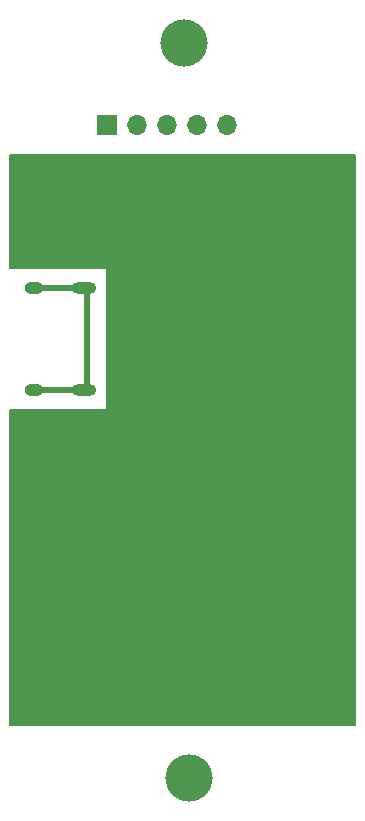
<source format=gbr>
%TF.GenerationSoftware,KiCad,Pcbnew,8.0.5*%
%TF.CreationDate,2024-11-24T13:21:31+05:30*%
%TF.ProjectId,usb_power,7573625f-706f-4776-9572-2e6b69636164,rev?*%
%TF.SameCoordinates,Original*%
%TF.FileFunction,Copper,L2,Bot*%
%TF.FilePolarity,Positive*%
%FSLAX46Y46*%
G04 Gerber Fmt 4.6, Leading zero omitted, Abs format (unit mm)*
G04 Created by KiCad (PCBNEW 8.0.5) date 2024-11-24 13:21:31*
%MOMM*%
%LPD*%
G01*
G04 APERTURE LIST*
%TA.AperFunction,Conductor*%
%ADD10C,0.200000*%
%TD*%
%TA.AperFunction,ComponentPad*%
%ADD11O,2.100000X1.000000*%
%TD*%
%TA.AperFunction,ComponentPad*%
%ADD12O,1.600000X1.000000*%
%TD*%
%TA.AperFunction,ComponentPad*%
%ADD13R,1.700000X1.700000*%
%TD*%
%TA.AperFunction,ComponentPad*%
%ADD14O,1.700000X1.700000*%
%TD*%
%TA.AperFunction,ViaPad*%
%ADD15C,4.000000*%
%TD*%
%TA.AperFunction,ViaPad*%
%ADD16C,0.700000*%
%TD*%
%TA.AperFunction,Conductor*%
%ADD17C,0.500000*%
%TD*%
G04 APERTURE END LIST*
D10*
%TO.N,GND*%
X76835000Y-101600000D02*
X47625000Y-101600000D01*
X47625000Y-74930000D01*
X76835000Y-74930000D01*
X76835000Y-101600000D01*
%TA.AperFunction,Conductor*%
G36*
X76835000Y-101600000D02*
G01*
X47625000Y-101600000D01*
X47625000Y-74930000D01*
X76835000Y-74930000D01*
X76835000Y-101600000D01*
G37*
%TD.AperFunction*%
X76835000Y-74930000D02*
X55880000Y-74930000D01*
X55880000Y-62865000D01*
X47625000Y-62865000D01*
X47625000Y-53340000D01*
X76835000Y-53340000D01*
X76835000Y-74930000D01*
%TA.AperFunction,Conductor*%
G36*
X76835000Y-74930000D02*
G01*
X55880000Y-74930000D01*
X55880000Y-62865000D01*
X47625000Y-62865000D01*
X47625000Y-53340000D01*
X76835000Y-53340000D01*
X76835000Y-74930000D01*
G37*
%TD.AperFunction*%
%TD*%
D11*
%TO.P,J1,S1,SHIELD*%
%TO.N,Net-(J1-SHIELD)*%
X53870000Y-64610000D03*
D12*
X49690000Y-64610000D03*
D11*
X53870000Y-73250000D03*
D12*
X49690000Y-73250000D03*
%TD*%
D13*
%TO.P,GND1,1,Pin_1*%
%TO.N,GND*%
X55880000Y-96520000D03*
D14*
%TO.P,GND1,2,Pin_2*%
X58420000Y-96520000D03*
%TO.P,GND1,3,Pin_3*%
X60960000Y-96520000D03*
%TO.P,GND1,4,Pin_4*%
X63500000Y-96520000D03*
%TO.P,GND1,5,Pin_5*%
X66040000Y-96520000D03*
%TD*%
D13*
%TO.P,5V1,1,Pin_1*%
%TO.N,+3.3V*%
X55880000Y-50800000D03*
D14*
%TO.P,5V1,2,Pin_2*%
X58420000Y-50800000D03*
%TO.P,5V1,3,Pin_3*%
X60960000Y-50800000D03*
%TO.P,5V1,4,Pin_4*%
X63500000Y-50800000D03*
%TO.P,5V1,5,Pin_5*%
X66040000Y-50800000D03*
%TD*%
D15*
%TO.N,*%
X62377580Y-43815000D03*
X62784908Y-106045000D03*
X62377580Y-43815000D03*
X62784908Y-106045000D03*
X62784908Y-106045000D03*
X62784908Y-106045000D03*
X62377580Y-43815000D03*
X62377580Y-43815000D03*
D16*
%TO.N,GND*%
X60960000Y-53975000D03*
X57150000Y-73025000D03*
X62230000Y-53975000D03*
X55880000Y-79375000D03*
X60960000Y-56515000D03*
X66040000Y-53975000D03*
X67310000Y-53975000D03*
X63500000Y-55245000D03*
X54610000Y-57785000D03*
X63500000Y-53975000D03*
X66040000Y-55245000D03*
X65405000Y-67945000D03*
X59690000Y-55245000D03*
X62230000Y-56515000D03*
X67310000Y-55245000D03*
X64770000Y-53975000D03*
X50165000Y-79375000D03*
X64135000Y-57150000D03*
X60960000Y-55245000D03*
X64770000Y-55245000D03*
X62230000Y-55245000D03*
X59690000Y-53975000D03*
X60325000Y-81915000D03*
%TD*%
D17*
%TO.N,Net-(J1-SHIELD)*%
X53870000Y-64610000D02*
X54165000Y-64905000D01*
X54165000Y-72955000D02*
X53870000Y-73250000D01*
X49690000Y-73250000D02*
X53870000Y-73250000D01*
X53870000Y-64610000D02*
X49690000Y-64610000D01*
X54165000Y-64905000D02*
X54165000Y-72955000D01*
%TD*%
M02*

</source>
